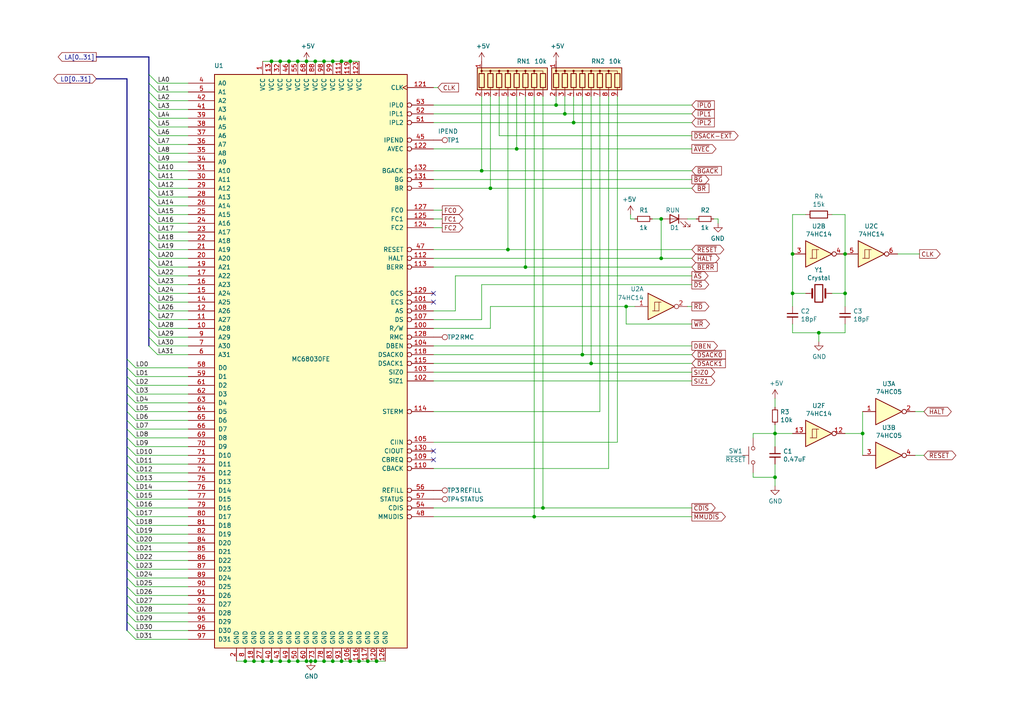
<source format=kicad_sch>
(kicad_sch (version 20231120) (generator "eeschema") (generator_version "8.0")
  (paper "A4")
  (title_block (title "k30s-VME") (rev "1"))
  (lib_symbols
    (symbol "74xx:74HC14" (pin_names (offset 1.016))
      (property "Reference" "U" (at 0 1.27 0))
      (property "Value" "74HC14" (at 0 -1.27 0))
      (symbol "74HC14_1_0"
        (pin input line (at -7.62 0 0) (length 3.81) (name "~") (number "1"))
        (pin output inverted (at 7.62 0 180) (length 3.81) (name "~") (number "2"))
      )
      (symbol "74HC14_2_0"
        (pin input line (at -7.62 0 0) (length 3.81) (name "~") (number "3"))
        (pin output inverted (at 7.62 0 180) (length 3.81) (name "~") (number "4"))
      )
      (symbol "74HC14_3_0"
        (pin input line (at -7.62 0 0) (length 3.81) (name "~") (number "5"))
        (pin output inverted (at 7.62 0 180) (length 3.81) (name "~") (number "6"))
      )
      (symbol "74HC14_4_0"
        (pin output inverted (at 7.62 0 180) (length 3.81) (name "~") (number "8"))
        (pin input line (at -7.62 0 0) (length 3.81) (name "~") (number "9"))
      )
      (symbol "74HC14_5_0"
        (pin output inverted (at 7.62 0 180) (length 3.81) (name "~") (number "10"))
        (pin input line (at -7.62 0 0) (length 3.81) (name "~") (number "11"))
      )
      (symbol "74HC14_6_0"
        (pin output inverted (at 7.62 0 180) (length 3.81) (name "~") (number "12"))
        (pin input line (at -7.62 0 0) (length 3.81) (name "~") (number "13"))
      )
      (symbol "74HC14_7_0"
        (pin power_in line (at 0 12.7 270) (length 5.08) (name "VCC") (number "14"))
        (pin power_in line (at 0 -12.7 90) (length 5.08) (name "GND") (number "7"))
      )
    )
    (symbol "74xx:74LS05" (pin_names (offset 1.016))
      (property "Reference" "U" (at 0 1.27 0))
      (property "Value" "74LS05" (at 0 -1.27 0))
      (symbol "74LS05_1_0"
        (pin input line (at -7.62 0 0) (length 3.81) (name "~") (number "1"))
        (pin open_collector inverted (at 7.62 0 180) (length 3.81) (name "~") (number "2"))
      )
      (symbol "74LS05_2_0"
        (pin input line (at -7.62 0 0) (length 3.81) (name "~") (number "3"))
        (pin open_collector inverted (at 7.62 0 180) (length 3.81) (name "~") (number "4"))
      )
      (symbol "74LS05_3_0"
        (pin input line (at -7.62 0 0) (length 3.81) (name "~") (number "5"))
        (pin open_collector inverted (at 7.62 0 180) (length 3.81) (name "~") (number "6"))
      )
      (symbol "74LS05_4_0"
        (pin open_collector inverted (at 7.62 0 180) (length 3.81) (name "~") (number "8"))
        (pin input line (at -7.62 0 0) (length 3.81) (name "~") (number "9"))
      )
      (symbol "74LS05_5_0"
        (pin open_collector inverted (at 7.62 0 180) (length 3.81) (name "~") (number "10"))
        (pin input line (at -7.62 0 0) (length 3.81) (name "~") (number "11"))
      )
      (symbol "74LS05_6_0"
        (pin open_collector inverted (at 7.62 0 180) (length 3.81) (name "~") (number "12"))
        (pin input line (at -7.62 0 0) (length 3.81) (name "~") (number "13"))
      )
      (symbol "74LS05_7_0"
        (pin power_in line (at 0 12.7 270) (length 5.08) (name "VCC") (number "14"))
        (pin power_in line (at 0 -12.7 90) (length 5.08) (name "GND") (number "7"))
      )
    )
    (symbol "Computie_68k:MC68030FE" (pin_names (offset 1.016))
      (property "Reference" "U" (at 0 2.54 0))
      (property "Value" "MC68030FE" (at 0 0 0))
      (symbol "MC68030FE_1_1"
        (pin power_in line (at -13.97 86.36 270) (length 3.81) (name "VCC") (number "1"))
        (pin output line (at -35.56 8.89 0) (length 7.62) (name "A28") (number "10"))
        (pin output line (at 35.56 8.89 180) (length 7.62) (name "R/W") (number "100"))
        (pin output inverted (at 35.56 16.51 180) (length 7.62) (name "ECS") (number "101"))
        (pin output line (at 35.56 -6.35 180) (length 7.62) (name "SIZ1") (number "102"))
        (pin output line (at 35.56 -3.81 180) (length 7.62) (name "SIZ0") (number "103"))
        (pin output inverted (at 35.56 3.81 180) (length 7.62) (name "DBEN") (number "104"))
        (pin input inverted (at 35.56 -24.13 180) (length 7.62) (name "CIIN") (number "105"))
        (pin power_in line (at 11.43 -87.63 90) (length 3.81) (name "GND") (number "106"))
        (pin output inverted (at 35.56 11.43 180) (length 7.62) (name "DS") (number "107"))
        (pin output inverted (at 35.56 13.97 180) (length 7.62) (name "AS") (number "108"))
        (pin output inverted (at 35.56 -29.21 180) (length 7.62) (name "CBREQ") (number "109"))
        (pin output line (at -35.56 11.43 0) (length 7.62) (name "A27") (number "11"))
        (pin input inverted (at 35.56 -31.75 180) (length 7.62) (name "CBACK") (number "110"))
        (pin power_in line (at 8.89 86.36 270) (length 3.81) (name "VCC") (number "111"))
        (pin input inverted (at 35.56 29.21 180) (length 7.62) (name "HALT") (number "112"))
        (pin input inverted (at 35.56 26.67 180) (length 7.62) (name "BERR") (number "113"))
        (pin input inverted (at 35.56 -15.24 180) (length 7.62) (name "STERM") (number "114"))
        (pin input inverted (at 35.56 -1.27 180) (length 7.62) (name "DSACK1") (number "115"))
        (pin power_in line (at 13.97 -87.63 90) (length 3.81) (name "GND") (number "116"))
        (pin power_in line (at 16.51 -87.63 90) (length 3.81) (name "GND") (number "117"))
        (pin input inverted (at 35.56 1.27 180) (length 7.62) (name "DSACK0") (number "118"))
        (pin power_in line (at 11.43 86.36 270) (length 3.81) (name "VCC") (number "119"))
        (pin output line (at -35.56 13.97 0) (length 7.62) (name "A26") (number "12"))
        (pin power_in line (at 19.05 -87.63 90) (length 3.81) (name "GND") (number "120"))
        (pin input clock (at 35.56 78.74 180) (length 7.62) (name "CLK") (number "121"))
        (pin input inverted (at 35.56 60.96 180) (length 7.62) (name "AVEC") (number "122"))
        (pin power_in line (at 13.97 86.36 270) (length 3.81) (name "VCC") (number "123"))
        (pin output line (at 35.56 38.1 180) (length 7.62) (name "FC2") (number "124"))
        (pin output line (at 35.56 40.64 180) (length 7.62) (name "FC1") (number "125"))
        (pin power_in line (at 21.59 -87.63 90) (length 3.81) (name "GND") (number "126"))
        (pin output line (at 35.56 43.18 180) (length 7.62) (name "FC0") (number "127"))
        (pin output inverted (at 35.56 6.35 180) (length 7.62) (name "RMC") (number "128"))
        (pin output inverted (at 35.56 19.05 180) (length 7.62) (name "OCS") (number "129"))
        (pin power_in line (at -11.43 86.36 270) (length 3.81) (name "VCC") (number "13"))
        (pin output inverted (at 35.56 -26.67 180) (length 7.62) (name "CIOUT") (number "130"))
        (pin output inverted (at 35.56 52.07 180) (length 7.62) (name "BG") (number "131"))
        (pin input inverted (at 35.56 54.61 180) (length 7.62) (name "BGACK") (number "132"))
        (pin output line (at -35.56 16.51 0) (length 7.62) (name "A25") (number "14"))
        (pin output line (at -35.56 19.05 0) (length 7.62) (name "A24") (number "15"))
        (pin output line (at -35.56 21.59 0) (length 7.62) (name "A23") (number "16"))
        (pin output line (at -35.56 24.13 0) (length 7.62) (name "A22") (number "17"))
        (pin power_in line (at -16.51 -87.63 90) (length 3.81) (name "GND") (number "18"))
        (pin output line (at -35.56 26.67 0) (length 7.62) (name "A21") (number "19"))
        (pin power_in line (at -21.59 -87.63 90) (length 3.81) (name "GND") (number "2"))
        (pin output line (at -35.56 29.21 0) (length 7.62) (name "A20") (number "20"))
        (pin output line (at -35.56 31.75 0) (length 7.62) (name "A19") (number "21"))
        (pin output line (at -35.56 34.29 0) (length 7.62) (name "A18") (number "22"))
        (pin output line (at -35.56 36.83 0) (length 7.62) (name "A17") (number "23"))
        (pin output line (at -35.56 39.37 0) (length 7.62) (name "A16") (number "24"))
        (pin output line (at -35.56 41.91 0) (length 7.62) (name "A15") (number "25"))
        (pin output line (at -35.56 44.45 0) (length 7.62) (name "A14") (number "26"))
        (pin power_in line (at -13.97 -87.63 90) (length 3.81) (name "GND") (number "27"))
        (pin output line (at -35.56 46.99 0) (length 7.62) (name "A13") (number "28"))
        (pin output line (at -35.56 49.53 0) (length 7.62) (name "A12") (number "29"))
        (pin input inverted (at 35.56 49.53 180) (length 7.62) (name "BR") (number "3"))
        (pin output line (at -35.56 52.07 0) (length 7.62) (name "A11") (number "30"))
        (pin output line (at -35.56 54.61 0) (length 7.62) (name "A10") (number "31"))
        (pin power_in line (at -8.89 86.36 270) (length 3.81) (name "VCC") (number "32"))
        (pin no_connect line (at 27.94 -54.61 180) (length 0) hide (name "NC") (number "33"))
        (pin output line (at -35.56 57.15 0) (length 7.62) (name "A9") (number "34"))
        (pin output line (at -35.56 59.69 0) (length 7.62) (name "A8") (number "35"))
        (pin output line (at -35.56 62.23 0) (length 7.62) (name "A7") (number "36"))
        (pin output line (at -35.56 64.77 0) (length 7.62) (name "A6") (number "37"))
        (pin output line (at -35.56 67.31 0) (length 7.62) (name "A5") (number "38"))
        (pin output line (at -35.56 69.85 0) (length 7.62) (name "A4") (number "39"))
        (pin output line (at -35.56 80.01 0) (length 7.62) (name "A0") (number "4"))
        (pin power_in line (at -11.43 -87.63 90) (length 3.81) (name "GND") (number "40"))
        (pin output line (at -35.56 72.39 0) (length 7.62) (name "A3") (number "41"))
        (pin output line (at -35.56 74.93 0) (length 7.62) (name "A2") (number "42"))
        (pin power_in line (at -8.89 -87.63 90) (length 3.81) (name "GND") (number "43"))
        (pin no_connect line (at 27.94 -57.15 180) (length 0) hide (name "NC") (number "44"))
        (pin output inverted (at 35.56 63.5 180) (length 7.62) (name "IPEND") (number "45"))
        (pin power_in line (at -6.35 86.36 270) (length 3.81) (name "VCC") (number "46"))
        (pin bidirectional inverted (at 35.56 31.75 180) (length 7.62) (name "RESET") (number "47"))
        (pin input inverted (at 35.56 -45.72 180) (length 7.62) (name "MMUDIS") (number "48"))
        (pin power_in line (at -6.35 -87.63 90) (length 3.81) (name "GND") (number "49"))
        (pin output line (at -35.56 77.47 0) (length 7.62) (name "A1") (number "5"))
        (pin power_in line (at -3.81 -87.63 90) (length 3.81) (name "GND") (number "50"))
        (pin input inverted (at 35.56 68.58 180) (length 7.62) (name "IPL2") (number "51"))
        (pin input inverted (at 35.56 71.12 180) (length 7.62) (name "IPL1") (number "52"))
        (pin input inverted (at 35.56 73.66 180) (length 7.62) (name "IPL0") (number "53"))
        (pin input inverted (at 35.56 -43.18 180) (length 7.62) (name "CDIS") (number "54"))
        (pin power_in line (at -3.81 86.36 270) (length 3.81) (name "VCC") (number "55"))
        (pin output inverted (at 35.56 -38.1 180) (length 7.62) (name "REFILL") (number "56"))
        (pin output inverted (at 35.56 -40.64 180) (length 7.62) (name "STATUS") (number "57"))
        (pin bidirectional line (at -35.56 -2.54 0) (length 7.62) (name "D0") (number "58"))
        (pin bidirectional line (at -35.56 -5.08 0) (length 7.62) (name "D1") (number "59"))
        (pin output line (at -35.56 1.27 0) (length 7.62) (name "A31") (number "6"))
        (pin power_in line (at -1.27 -87.63 90) (length 3.81) (name "GND") (number "60"))
        (pin bidirectional line (at -35.56 -7.62 0) (length 7.62) (name "D2") (number "61"))
        (pin bidirectional line (at -35.56 -10.16 0) (length 7.62) (name "D3") (number "62"))
        (pin bidirectional line (at -35.56 -12.7 0) (length 7.62) (name "D4") (number "63"))
        (pin bidirectional line (at -35.56 -15.24 0) (length 7.62) (name "D5") (number "64"))
        (pin bidirectional line (at -35.56 -17.78 0) (length 7.62) (name "D6") (number "65"))
        (pin bidirectional line (at -35.56 -20.32 0) (length 7.62) (name "D7") (number "66"))
        (pin no_connect line (at 27.94 -59.69 180) (length 0) hide (name "NC") (number "67"))
        (pin power_in line (at -1.27 86.36 270) (length 3.81) (name "VCC") (number "68"))
        (pin bidirectional line (at -35.56 -22.86 0) (length 7.62) (name "D8") (number "69"))
        (pin output line (at -35.56 3.81 0) (length 7.62) (name "A30") (number "7"))
        (pin bidirectional line (at -35.56 -25.4 0) (length 7.62) (name "D9") (number "70"))
        (pin bidirectional line (at -35.56 -27.94 0) (length 7.62) (name "D10") (number "71"))
        (pin bidirectional line (at -35.56 -30.48 0) (length 7.62) (name "D11") (number "72"))
        (pin power_in line (at 1.27 -87.63 90) (length 3.81) (name "GND") (number "73"))
        (pin bidirectional line (at -35.56 -33.02 0) (length 7.62) (name "D12") (number "74"))
        (pin bidirectional line (at -35.56 -35.56 0) (length 7.62) (name "D13") (number "75"))
        (pin bidirectional line (at -35.56 -38.1 0) (length 7.62) (name "D14") (number "76"))
        (pin bidirectional line (at -35.56 -40.64 0) (length 7.62) (name "D15") (number "77"))
        (pin power_in line (at 3.81 -87.63 90) (length 3.81) (name "GND") (number "78"))
        (pin bidirectional line (at -35.56 -43.18 0) (length 7.62) (name "D16") (number "79"))
        (pin power_in line (at -19.05 -87.63 90) (length 3.81) (name "GND") (number "8"))
        (pin bidirectional line (at -35.56 -45.72 0) (length 7.62) (name "D17") (number "80"))
        (pin bidirectional line (at -35.56 -48.26 0) (length 7.62) (name "D18") (number "81"))
        (pin bidirectional line (at -35.56 -50.8 0) (length 7.62) (name "D19") (number "82"))
        (pin power_in line (at 6.35 -87.63 90) (length 3.81) (name "GND") (number "83"))
        (pin bidirectional line (at -35.56 -53.34 0) (length 7.62) (name "D20") (number "84"))
        (pin bidirectional line (at -35.56 -55.88 0) (length 7.62) (name "D21") (number "85"))
        (pin bidirectional line (at -35.56 -58.42 0) (length 7.62) (name "D22") (number "86"))
        (pin bidirectional line (at -35.56 -60.96 0) (length 7.62) (name "D23") (number "87"))
        (pin power_in line (at 1.27 86.36 270) (length 3.81) (name "VCC") (number "88"))
        (pin bidirectional line (at -35.56 -63.5 0) (length 7.62) (name "D24") (number "89"))
        (pin output line (at -35.56 6.35 0) (length 7.62) (name "A29") (number "9"))
        (pin bidirectional line (at -35.56 -66.04 0) (length 7.62) (name "D25") (number "90"))
        (pin bidirectional line (at -35.56 -68.58 0) (length 7.62) (name "D26") (number "91"))
        (pin bidirectional line (at -35.56 -71.12 0) (length 7.62) (name "D27") (number "92"))
        (pin power_in line (at 8.89 -87.63 90) (length 3.81) (name "GND") (number "93"))
        (pin bidirectional line (at -35.56 -73.66 0) (length 7.62) (name "D28") (number "94"))
        (pin bidirectional line (at -35.56 -76.2 0) (length 7.62) (name "D29") (number "95"))
        (pin bidirectional line (at -35.56 -78.74 0) (length 7.62) (name "D30") (number "96"))
        (pin bidirectional line (at -35.56 -81.28 0) (length 7.62) (name "D31") (number "97"))
        (pin power_in line (at 3.81 86.36 270) (length 3.81) (name "VCC") (number "98"))
        (pin power_in line (at 6.35 86.36 270) (length 3.81) (name "VCC") (number "99"))
      )
    )
    (symbol "Connector:TestPoint" (pin_numbers hide) (pin_names (offset 0.762) hide)
      (property "Reference" "TP" (at 0 6.858 0))
      (property "Value" "TestPoint" (at 0 5.08 0))
      (symbol "TestPoint_1_1"
        (pin passive line (at 0 0 90) (length 2.54) (name "1") (number "1"))
      )
    )
    (symbol "Device:C_Small" (pin_numbers hide) (pin_names (offset 0.254) hide)
      (property "Reference" "C" (at 0.254 1.778 0))
      (property "Value" "C_Small" (at 0.254 -2.032 0))
      (symbol "C_Small_1_1"
        (pin passive line (at 0 2.54 270) (length 2.032) (name "~") (number "1"))
        (pin passive line (at 0 -2.54 90) (length 2.032) (name "~") (number "2"))
      )
    )
    (symbol "Device:Crystal" (pin_numbers hide) (pin_names (offset 1.016) hide)
      (property "Reference" "Y" (at 0 3.81 0))
      (property "Value" "Crystal" (at 0 -3.81 0))
      (symbol "Crystal_1_1"
        (pin passive line (at -3.81 0 0) (length 1.27) (name "1") (number "1"))
        (pin passive line (at 3.81 0 180) (length 1.27) (name "2") (number "2"))
      )
    )
    (symbol "Device:LED" (pin_numbers hide) (pin_names (offset 1.016) hide)
      (property "Reference" "D" (at 0 2.54 0))
      (property "Value" "LED" (at 0 -2.54 0))
      (symbol "LED_1_1"
        (pin passive line (at -3.81 0 0) (length 2.54) (name "K") (number "1"))
        (pin passive line (at 3.81 0 180) (length 2.54) (name "A") (number "2"))
      )
    )
    (symbol "Device:R" (pin_numbers hide) (pin_names (offset 0))
      (property "Reference" "R" (at 2.032 0 90))
      (property "Value" "R" (at 0 0 90))
      (symbol "R_1_1"
        (pin passive line (at 0 3.81 270) (length 1.27) (name "~") (number "1"))
        (pin passive line (at 0 -3.81 90) (length 1.27) (name "~") (number "2"))
      )
    )
    (symbol "Device:R_Network08" (pin_names (offset 0) hide)
      (property "Reference" "RN" (at -12.7 0 90))
      (property "Value" "R_Network08" (at 10.16 0 90))
      (symbol "R_Network08_1_1"
        (pin passive line (at -10.16 5.08 270) (length 2.54) (name "common") (number "1"))
        (pin passive line (at -10.16 -5.08 90) (length 1.27) (name "R1") (number "2"))
        (pin passive line (at -7.62 -5.08 90) (length 1.27) (name "R2") (number "3"))
        (pin passive line (at -5.08 -5.08 90) (length 1.27) (name "R3") (number "4"))
        (pin passive line (at -2.54 -5.08 90) (length 1.27) (name "R4") (number "5"))
        (pin passive line (at 0 -5.08 90) (length 1.27) (name "R5") (number "6"))
        (pin passive line (at 2.54 -5.08 90) (length 1.27) (name "R6") (number "7"))
        (pin passive line (at 5.08 -5.08 90) (length 1.27) (name "R7") (number "8"))
        (pin passive line (at 7.62 -5.08 90) (length 1.27) (name "R8") (number "9"))
      )
    )
    (symbol "Device:R_Small" (pin_numbers hide) (pin_names (offset 0.254) hide)
      (property "Reference" "R" (at 0.762 0.508 0))
      (property "Value" "R_Small" (at 0.762 -1.016 0))
      (symbol "R_Small_1_1"
        (pin passive line (at 0 2.54 270) (length 0.762) (name "~") (number "1"))
        (pin passive line (at 0 -2.54 90) (length 0.762) (name "~") (number "2"))
      )
    )
    (symbol "Switch:SW_Push" (pin_numbers hide) (pin_names (offset 1.016) hide)
      (property "Reference" "SW" (at 1.27 2.54 0))
      (property "Value" "SW_Push" (at 0 -1.524 0))
      (symbol "SW_Push_0_1"
        (pin passive line (at -5.08 0 0) (length 2.54) (name "1") (number "1"))
        (pin passive line (at 5.08 0 180) (length 2.54) (name "2") (number "2"))
      )
    )
    (symbol "power:+5V" (power) (pin_names (offset 0))
      (property "Value" "+5V" (at 0 3.556 0))
      (symbol "+5V_1_1"
        (pin power_in line (at 0 0 90) (length 0) hide (name "+5V") (number "1"))
      )
    )
    (symbol "power:GND" (power) (pin_names (offset 0))
      (property "Value" "GND" (at 0 -3.81 0))
      (symbol "GND_1_1"
        (pin power_in line (at 0 0 270) (length 0) hide (name "GND") (number "1"))
      )
    )
  )
  (junction (at 71.12 191.77))
  (junction (at 83.82 191.77))
  (junction (at 101.6 17.78))
  (junction (at 149.86 43.18))
  (junction (at 78.74 17.78))
  (junction (at 88.9 191.77))
  (junction (at 245.11 73.66))
  (junction (at 163.83 33.02))
  (junction (at 104.14 191.77))
  (junction (at 139.7 49.53))
  (junction (at 86.36 191.77))
  (junction (at 191.77 74.93))
  (junction (at 237.49 96.52))
  (junction (at 142.24 54.61))
  (junction (at 229.87 85.09))
  (junction (at 109.22 191.77))
  (junction (at 171.45 105.41))
  (junction (at 99.06 191.77))
  (junction (at 157.48 147.32))
  (junction (at 147.32 72.39))
  (junction (at 161.29 30.48))
  (junction (at 81.28 17.78))
  (junction (at 168.91 102.87))
  (junction (at 81.28 191.77))
  (junction (at 191.77 63.5))
  (junction (at 76.2 191.77))
  (junction (at 73.66 191.77))
  (junction (at 91.44 17.78))
  (junction (at 91.44 191.77))
  (junction (at 88.9 17.78))
  (junction (at 96.52 17.78))
  (junction (at 86.36 17.78))
  (junction (at 229.87 73.66))
  (junction (at 83.82 17.78))
  (junction (at 181.61 88.9))
  (junction (at 78.74 191.77))
  (junction (at 93.98 17.78))
  (junction (at 99.06 17.78))
  (junction (at 154.94 149.86))
  (junction (at 96.52 191.77))
  (junction (at 250.19 125.73))
  (junction (at 152.4 77.47))
  (junction (at 224.79 138.43))
  (junction (at 166.37 35.56))
  (junction (at 90.17 191.77))
  (junction (at 93.98 191.77))
  (junction (at 106.68 191.77))
  (junction (at 224.79 125.73))
  (junction (at 101.6 191.77))
  (junction (at 245.11 85.09))
  (no_connect (at 125.73 85.09))
  (no_connect (at 125.73 130.81))
  (no_connect (at 125.73 87.63))
  (no_connect (at 125.73 133.35))
  (bus_entry (at 43.18 26.67) (size 2.54 2.54))
  (bus_entry (at 36.83 180.34) (size 2.54 2.54))
  (bus_entry (at 36.83 149.86) (size 2.54 2.54))
  (bus_entry (at 36.83 134.62) (size 2.54 2.54))
  (bus_entry (at 36.83 114.3) (size 2.54 2.54))
  (bus_entry (at 36.83 152.4) (size 2.54 2.54))
  (bus_entry (at 43.18 100.33) (size 2.54 2.54))
  (bus_entry (at 43.18 52.07) (size 2.54 2.54))
  (bus_entry (at 43.18 90.17) (size 2.54 2.54))
  (bus_entry (at 43.18 39.37) (size 2.54 2.54))
  (bus_entry (at 43.18 46.99) (size 2.54 2.54))
  (bus_entry (at 43.18 72.39) (size 2.54 2.54))
  (bus_entry (at 36.83 124.46) (size 2.54 2.54))
  (bus_entry (at 43.18 92.71) (size 2.54 2.54))
  (bus_entry (at 43.18 59.69) (size 2.54 2.54))
  (bus_entry (at 36.83 106.68) (size 2.54 2.54))
  (bus_entry (at 43.18 77.47) (size 2.54 2.54))
  (bus_entry (at 43.18 49.53) (size 2.54 2.54))
  (bus_entry (at 36.83 132.08) (size 2.54 2.54))
  (bus_entry (at 36.83 177.8) (size 2.54 2.54))
  (bus_entry (at 36.83 167.64) (size 2.54 2.54))
  (bus_entry (at 43.18 82.55) (size 2.54 2.54))
  (bus_entry (at 36.83 144.78) (size 2.54 2.54))
  (bus_entry (at 43.18 97.79) (size 2.54 2.54))
  (bus_entry (at 36.83 142.24) (size 2.54 2.54))
  (bus_entry (at 36.83 172.72) (size 2.54 2.54))
  (bus_entry (at 36.83 129.54) (size 2.54 2.54))
  (bus_entry (at 43.18 67.31) (size 2.54 2.54))
  (bus_entry (at 36.83 111.76) (size 2.54 2.54))
  (bus_entry (at 43.18 44.45) (size 2.54 2.54))
  (bus_entry (at 43.18 54.61) (size 2.54 2.54))
  (bus_entry (at 36.83 147.32) (size 2.54 2.54))
  (bus_entry (at 36.83 165.1) (size 2.54 2.54))
  (bus_entry (at 43.18 64.77) (size 2.54 2.54))
  (bus_entry (at 43.18 62.23) (size 2.54 2.54))
  (bus_entry (at 36.83 119.38) (size 2.54 2.54))
  (bus_entry (at 36.83 160.02) (size 2.54 2.54))
  (bus_entry (at 36.83 127) (size 2.54 2.54))
  (bus_entry (at 43.18 80.01) (size 2.54 2.54))
  (bus_entry (at 36.83 157.48) (size 2.54 2.54))
  (bus_entry (at 43.18 34.29) (size 2.54 2.54))
  (bus_entry (at 36.83 104.14) (size 2.54 2.54))
  (bus_entry (at 36.83 116.84) (size 2.54 2.54))
  (bus_entry (at 36.83 137.16) (size 2.54 2.54))
  (bus_entry (at 43.18 21.59) (size 2.54 2.54))
  (bus_entry (at 36.83 162.56) (size 2.54 2.54))
  (bus_entry (at 43.18 95.25) (size 2.54 2.54))
  (bus_entry (at 43.18 87.63) (size 2.54 2.54))
  (bus_entry (at 36.83 109.22) (size 2.54 2.54))
  (bus_entry (at 43.18 24.13) (size 2.54 2.54))
  (bus_entry (at 43.18 36.83) (size 2.54 2.54))
  (bus_entry (at 43.18 29.21) (size 2.54 2.54))
  (bus_entry (at 36.83 139.7) (size 2.54 2.54))
  (bus_entry (at 43.18 31.75) (size 2.54 2.54))
  (bus_entry (at 43.18 74.93) (size 2.54 2.54))
  (bus_entry (at 36.83 170.18) (size 2.54 2.54))
  (bus_entry (at 36.83 121.92) (size 2.54 2.54))
  (bus_entry (at 43.18 41.91) (size 2.54 2.54))
  (bus_entry (at 36.83 182.88) (size 2.54 2.54))
  (bus_entry (at 43.18 85.09) (size 2.54 2.54))
  (bus_entry (at 43.18 57.15) (size 2.54 2.54))
  (bus_entry (at 43.18 69.85) (size 2.54 2.54))
  (bus_entry (at 36.83 175.26) (size 2.54 2.54))
  (bus_entry (at 36.83 154.94) (size 2.54 2.54))
  (wire (pts (xy 201.93 63.5) (xy 199.39 63.5)))
  (bus (pts (xy 43.18 41.91) (xy 43.18 44.45)))
  (bus (pts (xy 43.18 62.23) (xy 43.18 64.77)))
  (wire (pts (xy 125.73 92.71) (xy 139.7 92.71)))
  (wire (pts (xy 125.73 102.87) (xy 168.91 102.87)))
  (wire (pts (xy 163.83 33.02) (xy 200.66 33.02)))
  (wire (pts (xy 39.37 132.08) (xy 54.61 132.08)))
  (wire (pts (xy 90.17 191.77) (xy 91.44 191.77)))
  (wire (pts (xy 45.72 97.79) (xy 54.61 97.79)))
  (bus (pts (xy 43.18 16.51) (xy 27.94 16.51)))
  (wire (pts (xy 39.37 121.92) (xy 54.61 121.92)))
  (wire (pts (xy 171.45 27.94) (xy 171.45 105.41)))
  (wire (pts (xy 173.99 27.94) (xy 173.99 119.38)))
  (bus (pts (xy 36.83 104.14) (xy 36.83 106.68)))
  (wire (pts (xy 245.11 73.66) (xy 245.11 85.09)))
  (bus (pts (xy 43.18 69.85) (xy 43.18 72.39)))
  (wire (pts (xy 91.44 17.78) (xy 93.98 17.78)))
  (wire (pts (xy 45.72 46.99) (xy 54.61 46.99)))
  (bus (pts (xy 36.83 106.68) (xy 36.83 109.22)))
  (bus (pts (xy 43.18 49.53) (xy 43.18 52.07)))
  (wire (pts (xy 168.91 27.94) (xy 168.91 102.87)))
  (wire (pts (xy 125.73 30.48) (xy 161.29 30.48)))
  (wire (pts (xy 106.68 191.77) (xy 109.22 191.77)))
  (wire (pts (xy 45.72 64.77) (xy 54.61 64.77)))
  (wire (pts (xy 218.44 137.16) (xy 218.44 138.43)))
  (wire (pts (xy 176.53 135.89) (xy 176.53 27.94)))
  (bus (pts (xy 36.83 114.3) (xy 36.83 116.84)))
  (wire (pts (xy 45.72 80.01) (xy 54.61 80.01)))
  (wire (pts (xy 39.37 149.86) (xy 54.61 149.86)))
  (wire (pts (xy 166.37 35.56) (xy 200.66 35.56)))
  (wire (pts (xy 125.73 63.5) (xy 128.27 63.5)))
  (bus (pts (xy 43.18 64.77) (xy 43.18 67.31)))
  (wire (pts (xy 229.87 96.52) (xy 237.49 96.52)))
  (wire (pts (xy 229.87 96.52) (xy 229.87 93.98)))
  (wire (pts (xy 45.72 44.45) (xy 54.61 44.45)))
  (bus (pts (xy 36.83 139.7) (xy 36.83 142.24)))
  (wire (pts (xy 76.2 17.78) (xy 78.74 17.78)))
  (bus (pts (xy 43.18 67.31) (xy 43.18 69.85)))
  (wire (pts (xy 39.37 119.38) (xy 54.61 119.38)))
  (bus (pts (xy 43.18 46.99) (xy 43.18 49.53)))
  (wire (pts (xy 163.83 33.02) (xy 163.83 27.94)))
  (wire (pts (xy 68.58 191.77) (xy 71.12 191.77)))
  (wire (pts (xy 144.78 27.94) (xy 144.78 39.37)))
  (wire (pts (xy 71.12 191.77) (xy 73.66 191.77)))
  (wire (pts (xy 142.24 95.25) (xy 142.24 88.9)))
  (wire (pts (xy 45.72 31.75) (xy 54.61 31.75)))
  (bus (pts (xy 43.18 31.75) (xy 43.18 34.29)))
  (wire (pts (xy 99.06 191.77) (xy 101.6 191.77)))
  (bus (pts (xy 36.83 152.4) (xy 36.83 154.94)))
  (wire (pts (xy 39.37 139.7) (xy 54.61 139.7)))
  (wire (pts (xy 104.14 191.77) (xy 106.68 191.77)))
  (bus (pts (xy 43.18 24.13) (xy 43.18 26.67)))
  (wire (pts (xy 45.72 39.37) (xy 54.61 39.37)))
  (bus (pts (xy 36.83 160.02) (xy 36.83 162.56)))
  (wire (pts (xy 88.9 191.77) (xy 90.17 191.77)))
  (wire (pts (xy 125.73 25.4) (xy 127 25.4)))
  (bus (pts (xy 36.83 149.86) (xy 36.83 152.4)))
  (wire (pts (xy 45.72 59.69) (xy 54.61 59.69)))
  (wire (pts (xy 149.86 43.18) (xy 200.66 43.18)))
  (wire (pts (xy 245.11 93.98) (xy 245.11 96.52)))
  (wire (pts (xy 149.86 27.94) (xy 149.86 43.18)))
  (wire (pts (xy 208.28 63.5) (xy 207.01 63.5)))
  (wire (pts (xy 45.72 24.13) (xy 54.61 24.13)))
  (wire (pts (xy 139.7 82.55) (xy 139.7 92.71)))
  (bus (pts (xy 43.18 21.59) (xy 43.18 24.13)))
  (bus (pts (xy 43.18 97.79) (xy 43.18 100.33)))
  (wire (pts (xy 88.9 17.78) (xy 91.44 17.78)))
  (wire (pts (xy 39.37 180.34) (xy 54.61 180.34)))
  (bus (pts (xy 36.83 142.24) (xy 36.83 144.78)))
  (bus (pts (xy 36.83 22.86) (xy 36.83 104.14)))
  (wire (pts (xy 39.37 109.22) (xy 54.61 109.22)))
  (wire (pts (xy 83.82 191.77) (xy 86.36 191.77)))
  (wire (pts (xy 125.73 147.32) (xy 157.48 147.32)))
  (wire (pts (xy 171.45 105.41) (xy 200.66 105.41)))
  (bus (pts (xy 36.83 157.48) (xy 36.83 160.02)))
  (wire (pts (xy 45.72 34.29) (xy 54.61 34.29)))
  (wire (pts (xy 39.37 129.54) (xy 54.61 129.54)))
  (wire (pts (xy 99.06 17.78) (xy 101.6 17.78)))
  (wire (pts (xy 132.08 90.17) (xy 125.73 90.17)))
  (wire (pts (xy 168.91 102.87) (xy 200.66 102.87)))
  (wire (pts (xy 109.22 191.77) (xy 111.76 191.77)))
  (wire (pts (xy 39.37 134.62) (xy 54.61 134.62)))
  (wire (pts (xy 81.28 191.77) (xy 83.82 191.77)))
  (wire (pts (xy 245.11 85.09) (xy 245.11 88.9)))
  (wire (pts (xy 218.44 127) (xy 218.44 125.73)))
  (bus (pts (xy 36.83 132.08) (xy 36.83 134.62)))
  (wire (pts (xy 125.73 128.27) (xy 179.07 128.27)))
  (wire (pts (xy 139.7 49.53) (xy 139.7 27.94)))
  (wire (pts (xy 142.24 54.61) (xy 200.66 54.61)))
  (wire (pts (xy 154.94 27.94) (xy 154.94 149.86)))
  (wire (pts (xy 181.61 93.98) (xy 200.66 93.98)))
  (wire (pts (xy 173.99 119.38) (xy 125.73 119.38)))
  (wire (pts (xy 39.37 124.46) (xy 54.61 124.46)))
  (wire (pts (xy 142.24 54.61) (xy 142.24 27.94)))
  (wire (pts (xy 39.37 142.24) (xy 54.61 142.24)))
  (wire (pts (xy 152.4 77.47) (xy 152.4 27.94)))
  (wire (pts (xy 45.72 77.47) (xy 54.61 77.47)))
  (wire (pts (xy 91.44 191.77) (xy 93.98 191.77)))
  (wire (pts (xy 250.19 125.73) (xy 245.11 125.73)))
  (wire (pts (xy 39.37 106.68) (xy 54.61 106.68)))
  (wire (pts (xy 93.98 17.78) (xy 96.52 17.78)))
  (wire (pts (xy 144.78 39.37) (xy 200.66 39.37)))
  (bus (pts (xy 36.83 134.62) (xy 36.83 137.16)))
  (wire (pts (xy 250.19 125.73) (xy 250.19 132.08)))
  (wire (pts (xy 45.72 36.83) (xy 54.61 36.83)))
  (bus (pts (xy 36.83 172.72) (xy 36.83 175.26)))
  (wire (pts (xy 45.72 26.67) (xy 54.61 26.67)))
  (wire (pts (xy 125.73 95.25) (xy 142.24 95.25)))
  (bus (pts (xy 43.18 44.45) (xy 43.18 46.99)))
  (wire (pts (xy 125.73 149.86) (xy 154.94 149.86)))
  (bus (pts (xy 36.83 121.92) (xy 36.83 124.46)))
  (wire (pts (xy 265.43 132.08) (xy 267.97 132.08)))
  (bus (pts (xy 43.18 16.51) (xy 43.18 21.59)))
  (wire (pts (xy 45.72 49.53) (xy 54.61 49.53)))
  (wire (pts (xy 237.49 96.52) (xy 237.49 99.06)))
  (bus (pts (xy 36.83 111.76) (xy 36.83 114.3)))
  (wire (pts (xy 45.72 85.09) (xy 54.61 85.09)))
  (wire (pts (xy 229.87 85.09) (xy 233.68 85.09)))
  (wire (pts (xy 101.6 191.77) (xy 104.14 191.77)))
  (wire (pts (xy 125.73 74.93) (xy 191.77 74.93)))
  (wire (pts (xy 39.37 185.42) (xy 54.61 185.42)))
  (wire (pts (xy 132.08 80.01) (xy 200.66 80.01)))
  (wire (pts (xy 96.52 17.78) (xy 99.06 17.78)))
  (wire (pts (xy 125.73 60.96) (xy 128.27 60.96)))
  (wire (pts (xy 224.79 125.73) (xy 224.79 129.54)))
  (wire (pts (xy 241.3 85.09) (xy 245.11 85.09)))
  (wire (pts (xy 157.48 27.94) (xy 157.48 147.32)))
  (wire (pts (xy 224.79 125.73) (xy 224.79 123.19)))
  (wire (pts (xy 45.72 95.25) (xy 54.61 95.25)))
  (bus (pts (xy 36.83 116.84) (xy 36.83 119.38)))
  (bus (pts (xy 43.18 29.21) (xy 43.18 31.75)))
  (bus (pts (xy 43.18 95.25) (xy 43.18 97.79)))
  (wire (pts (xy 182.88 63.5) (xy 182.88 62.23)))
  (wire (pts (xy 45.72 57.15) (xy 54.61 57.15)))
  (bus (pts (xy 43.18 57.15) (xy 43.18 59.69)))
  (wire (pts (xy 267.97 119.38) (xy 265.43 119.38)))
  (bus (pts (xy 43.18 85.09) (xy 43.18 87.63)))
  (bus (pts (xy 36.83 165.1) (xy 36.83 167.64)))
  (wire (pts (xy 208.28 63.5) (xy 208.28 64.77)))
  (wire (pts (xy 125.73 43.18) (xy 149.86 43.18)))
  (wire (pts (xy 166.37 35.56) (xy 166.37 27.94)))
  (bus (pts (xy 36.83 170.18) (xy 36.83 172.72)))
  (bus (pts (xy 36.83 167.64) (xy 36.83 170.18)))
  (wire (pts (xy 39.37 137.16) (xy 54.61 137.16)))
  (wire (pts (xy 125.73 54.61) (xy 142.24 54.61)))
  (wire (pts (xy 76.2 191.77) (xy 78.74 191.77)))
  (bus (pts (xy 36.83 109.22) (xy 36.83 111.76)))
  (wire (pts (xy 39.37 162.56) (xy 54.61 162.56)))
  (bus (pts (xy 43.18 26.67) (xy 43.18 29.21)))
  (wire (pts (xy 250.19 119.38) (xy 250.19 125.73)))
  (wire (pts (xy 125.73 135.89) (xy 176.53 135.89)))
  (wire (pts (xy 161.29 30.48) (xy 200.66 30.48)))
  (bus (pts (xy 36.83 137.16) (xy 36.83 139.7)))
  (bus (pts (xy 43.18 52.07) (xy 43.18 54.61)))
  (bus (pts (xy 36.83 154.94) (xy 36.83 157.48)))
  (wire (pts (xy 45.72 74.93) (xy 54.61 74.93)))
  (bus (pts (xy 43.18 82.55) (xy 43.18 85.09)))
  (wire (pts (xy 125.73 49.53) (xy 139.7 49.53)))
  (wire (pts (xy 39.37 147.32) (xy 54.61 147.32)))
  (bus (pts (xy 43.18 90.17) (xy 43.18 92.71)))
  (wire (pts (xy 125.73 77.47) (xy 152.4 77.47)))
  (wire (pts (xy 125.73 33.02) (xy 163.83 33.02)))
  (wire (pts (xy 229.87 73.66) (xy 229.87 85.09)))
  (wire (pts (xy 39.37 152.4) (xy 54.61 152.4)))
  (wire (pts (xy 125.73 105.41) (xy 171.45 105.41)))
  (wire (pts (xy 152.4 77.47) (xy 200.66 77.47)))
  (bus (pts (xy 43.18 87.63) (xy 43.18 90.17)))
  (wire (pts (xy 179.07 27.94) (xy 179.07 128.27)))
  (bus (pts (xy 36.83 124.46) (xy 36.83 127)))
  (wire (pts (xy 182.88 63.5) (xy 184.15 63.5)))
  (wire (pts (xy 45.72 67.31) (xy 54.61 67.31)))
  (bus (pts (xy 36.83 129.54) (xy 36.83 132.08)))
  (bus (pts (xy 36.83 162.56) (xy 36.83 165.1)))
  (bus (pts (xy 43.18 39.37) (xy 43.18 41.91)))
  (wire (pts (xy 154.94 149.86) (xy 200.66 149.86)))
  (wire (pts (xy 39.37 182.88) (xy 54.61 182.88)))
  (wire (pts (xy 39.37 165.1) (xy 54.61 165.1)))
  (bus (pts (xy 43.18 80.01) (xy 43.18 82.55)))
  (wire (pts (xy 233.68 62.23) (xy 229.87 62.23)))
  (bus (pts (xy 43.18 54.61) (xy 43.18 57.15)))
  (wire (pts (xy 139.7 49.53) (xy 200.66 49.53)))
  (wire (pts (xy 191.77 74.93) (xy 200.66 74.93)))
  (bus (pts (xy 36.83 175.26) (xy 36.83 177.8)))
  (wire (pts (xy 125.73 72.39) (xy 147.32 72.39)))
  (wire (pts (xy 45.72 29.21) (xy 54.61 29.21)))
  (wire (pts (xy 237.49 96.52) (xy 245.11 96.52)))
  (bus (pts (xy 36.83 177.8) (xy 36.83 180.34)))
  (bus (pts (xy 43.18 59.69) (xy 43.18 62.23)))
  (wire (pts (xy 39.37 111.76) (xy 54.61 111.76)))
  (wire (pts (xy 45.72 54.61) (xy 54.61 54.61)))
  (wire (pts (xy 157.48 147.32) (xy 200.66 147.32)))
  (wire (pts (xy 224.79 134.62) (xy 224.79 138.43)))
  (wire (pts (xy 86.36 191.77) (xy 88.9 191.77)))
  (bus (pts (xy 36.83 180.34) (xy 36.83 182.88)))
  (wire (pts (xy 81.28 17.78) (xy 83.82 17.78)))
  (wire (pts (xy 39.37 160.02) (xy 54.61 160.02)))
  (wire (pts (xy 73.66 191.77) (xy 76.2 191.77)))
  (wire (pts (xy 101.6 17.78) (xy 104.14 17.78)))
  (wire (pts (xy 45.72 87.63) (xy 54.61 87.63)))
  (wire (pts (xy 83.82 17.78) (xy 86.36 17.78)))
  (wire (pts (xy 147.32 27.94) (xy 147.32 72.39)))
  (bus (pts (xy 43.18 77.47) (xy 43.18 80.01)))
  (bus (pts (xy 43.18 74.93) (xy 43.18 77.47)))
  (wire (pts (xy 96.52 191.77) (xy 99.06 191.77)))
  (wire (pts (xy 39.37 154.94) (xy 54.61 154.94)))
  (wire (pts (xy 39.37 144.78) (xy 54.61 144.78)))
  (wire (pts (xy 139.7 82.55) (xy 200.66 82.55)))
  (wire (pts (xy 229.87 85.09) (xy 229.87 88.9)))
  (wire (pts (xy 39.37 172.72) (xy 54.61 172.72)))
  (wire (pts (xy 229.87 62.23) (xy 229.87 73.66)))
  (wire (pts (xy 45.72 82.55) (xy 54.61 82.55)))
  (wire (pts (xy 125.73 107.95) (xy 200.66 107.95)))
  (wire (pts (xy 260.35 73.66) (xy 266.7 73.66)))
  (wire (pts (xy 218.44 125.73) (xy 224.79 125.73)))
  (wire (pts (xy 224.79 140.97) (xy 224.79 138.43)))
  (bus (pts (xy 43.18 92.71) (xy 43.18 95.25)))
  (wire (pts (xy 39.37 170.18) (xy 54.61 170.18)))
  (wire (pts (xy 78.74 17.78) (xy 81.28 17.78)))
  (wire (pts (xy 125.73 52.07) (xy 200.66 52.07)))
  (wire (pts (xy 218.44 138.43) (xy 224.79 138.43)))
  (wire (pts (xy 45.72 72.39) (xy 54.61 72.39)))
  (wire (pts (xy 132.08 80.01) (xy 132.08 90.17)))
  (bus (pts (xy 36.83 119.38) (xy 36.83 121.92)))
  (wire (pts (xy 86.36 17.78) (xy 88.9 17.78)))
  (wire (pts (xy 45.72 90.17) (xy 54.61 90.17)))
  (wire (pts (xy 78.74 191.77) (xy 81.28 191.77)))
  (bus (pts (xy 36.83 22.86) (xy 27.94 22.86)))
  (wire (pts (xy 39.37 175.26) (xy 54.61 175.26)))
  (bus (pts (xy 36.83 147.32) (xy 36.83 149.86)))
  (wire (pts (xy 39.37 116.84) (xy 54.61 116.84)))
  (wire (pts (xy 39.37 114.3) (xy 54.61 114.3)))
  (wire (pts (xy 142.24 88.9) (xy 181.61 88.9)))
  (wire (pts (xy 229.87 125.73) (xy 224.79 125.73)))
  (bus (pts (xy 43.18 34.29) (xy 43.18 36.83)))
  (wire (pts (xy 199.39 88.9) (xy 200.66 88.9)))
  (wire (pts (xy 45.72 52.07) (xy 54.61 52.07)))
  (wire (pts (xy 181.61 88.9) (xy 184.15 88.9)))
  (bus (pts (xy 43.18 36.83) (xy 43.18 39.37)))
  (wire (pts (xy 245.11 62.23) (xy 245.11 73.66)))
  (wire (pts (xy 147.32 72.39) (xy 200.66 72.39)))
  (wire (pts (xy 45.72 69.85) (xy 54.61 69.85)))
  (wire (pts (xy 241.3 62.23) (xy 245.11 62.23)))
  (wire (pts (xy 45.72 92.71) (xy 54.61 92.71)))
  (wire (pts (xy 45.72 102.87) (xy 54.61 102.87)))
  (wire (pts (xy 224.79 115.57) (xy 224.79 118.11)))
  (wire (pts (xy 93.98 191.77) (xy 96.52 191.77)))
  (bus (pts (xy 36.83 144.78) (xy 36.83 147.32)))
  (wire (pts (xy 125.73 100.33) (xy 200.66 100.33)))
  (wire (pts (xy 39.37 177.8) (xy 54.61 177.8)))
  (wire (pts (xy 125.73 35.56) (xy 166.37 35.56)))
  (wire (pts (xy 200.66 110.49) (xy 125.73 110.49)))
  (wire (pts (xy 191.77 63.5) (xy 191.77 74.93)))
  (bus (pts (xy 43.18 72.39) (xy 43.18 74.93)))
  (wire (pts (xy 39.37 127) (xy 54.61 127)))
  (wire (pts (xy 189.23 63.5) (xy 191.77 63.5)))
  (wire (pts (xy 39.37 167.64) (xy 54.61 167.64)))
  (wire (pts (xy 39.37 157.48) (xy 54.61 157.48)))
  (wire (pts (xy 45.72 41.91) (xy 54.61 41.91)))
  (bus (pts (xy 36.83 127) (xy 36.83 129.54)))
  (wire (pts (xy 45.72 100.33) (xy 54.61 100.33)))
  (wire (pts (xy 45.72 62.23) (xy 54.61 62.23)))
  (wire (pts (xy 181.61 93.98) (xy 181.61 88.9)))
  (wire (pts (xy 161.29 30.48) (xy 161.29 27.94)))
  (wire (pts (xy 125.73 66.04) (xy 128.27 66.04)))
  (label "LD12" (at 39.37 137.16 0))
  (label "LA17" (at 45.72 67.31 0))
  (label "LD16" (at 39.37 147.32 0))
  (label "LA23" (at 45.72 82.55 0))
  (label "LD0" (at 39.37 106.68 0))
  (label "LA16" (at 45.72 64.77 0))
  (label "LA6" (at 45.72 39.37 0))
  (label "LD26" (at 39.37 172.72 0))
  (label "LA14" (at 45.72 59.69 0))
  (label "LD5" (at 39.37 119.38 0))
  (label "LA15" (at 45.72 62.23 0))
  (label "LD15" (at 39.37 144.78 0))
  (label "LD11" (at 39.37 134.62 0))
  (label "LD7" (at 39.37 124.46 0))
  (label "LA27" (at 45.72 92.71 0))
  (label "LD13" (at 39.37 139.7 0))
  (label "LD14" (at 39.37 142.24 0))
  (label "LD18" (at 39.37 152.4 0))
  (label "LA25" (at 45.72 87.63 0))
  (label "LD21" (at 39.37 160.02 0))
  (label "LD28" (at 39.37 177.8 0))
  (label "LA21" (at 45.72 77.47 0))
  (label "LA3" (at 45.72 31.75 0))
  (label "LA20" (at 45.72 74.93 0))
  (label "LA11" (at 45.72 52.07 0))
  (label "LA13" (at 45.72 57.15 0))
  (label "LD25" (at 39.37 170.18 0))
  (label "LD17" (at 39.37 149.86 0))
  (label "LA29" (at 45.72 97.79 0))
  (label "LD10" (at 39.37 132.08 0))
  (label "LD9" (at 39.37 129.54 0))
  (label "LA22" (at 45.72 80.01 0))
  (label "LA10" (at 45.72 49.53 0))
  (label "LD27" (at 39.37 175.26 0))
  (label "LD4" (at 39.37 116.84 0))
  (label "LD8" (at 39.37 127 0))
  (label "LD29" (at 39.37 180.34 0))
  (label "LA5" (at 45.72 36.83 0))
  (label "LA12" (at 45.72 54.61 0))
  (label "LA4" (at 45.72 34.29 0))
  (label "LA9" (at 45.72 46.99 0))
  (label "LA2" (at 45.72 29.21 0))
  (label "LA0" (at 45.72 24.13 0))
  (label "LD19" (at 39.37 154.94 0))
  (label "LA28" (at 45.72 95.25 0))
  (label "LD6" (at 39.37 121.92 0))
  (label "LD22" (at 39.37 162.56 0))
  (label "LA31" (at 45.72 102.87 0))
  (label "LA1" (at 45.72 26.67 0))
  (label "LD1" (at 39.37 109.22 0))
  (label "LD2" (at 39.37 111.76 0))
  (label "LA26" (at 45.72 90.17 0))
  (label "LD3" (at 39.37 114.3 0))
  (label "LA7" (at 45.72 41.91 0))
  (label "LD23" (at 39.37 165.1 0))
  (label "LD30" (at 39.37 182.88 0))
  (label "LA24" (at 45.72 85.09 0))
  (label "LD31" (at 39.37 185.42 0))
  (label "LA19" (at 45.72 72.39 0))
  (label "LD20" (at 39.37 157.48 0))
  (label "LA8" (at 45.72 44.45 0))
  (label "LA30" (at 45.72 100.33 0))
  (label "LD24" (at 39.37 167.64 0))
  (label "LA18" (at 45.72 69.85 0))
  (global_label "~{HALT}" (shape bidirectional) (at 200.66 74.93 0) (property "Intersheetrefs" "${INTERSHEET_REFS}" (effects (hide yes))))
  (global_label "~{IPL0}" (shape input) (at 200.66 30.48 0) (property "Intersheetrefs" "${INTERSHEET_REFS}" (effects (hide yes))))
  (global_label "~{BGACK}" (shape input) (at 200.66 49.53 0) (property "Intersheetrefs" "${INTERSHEET_REFS}" (effects (hide yes))))
  (global_label "SIZ0" (shape output) (at 200.66 107.95 0) (property "Intersheetrefs" "${INTERSHEET_REFS}" (effects (hide yes))))
  (global_label "~{CDIS}" (shape output) (at 200.66 147.32 0) (property "Intersheetrefs" "${INTERSHEET_REFS}" (effects (hide yes))))
  (global_label "~{MMUDIS}" (shape output) (at 200.66 149.86 0) (property "Intersheetrefs" "${INTERSHEET_REFS}" (effects (hide yes))))
  (global_label "~{AVEC}" (shape output) (at 200.66 43.18 0) (property "Intersheetrefs" "${INTERSHEET_REFS}" (effects (hide yes))))
  (global_label "FC1" (shape output) (at 128.27 63.5 0) (property "Intersheetrefs" "${INTERSHEET_REFS}" (effects (hide yes))))
  (global_label "DBEN" (shape output) (at 200.66 100.33 0) (property "Intersheetrefs" "${INTERSHEET_REFS}" (effects (hide yes))))
  (global_label "~{WR}" (shape output) (at 200.66 93.98 0) (property "Intersheetrefs" "${INTERSHEET_REFS}" (effects (hide yes))))
  (global_label "~{DSACK-EXT}" (shape output) (at 200.66 39.37 0) (property "Intersheetrefs" "${INTERSHEET_REFS}" (effects (hide yes))))
  (global_label "~{RESET}" (shape bidirectional) (at 267.97 132.08 0) (property "Intersheetrefs" "${INTERSHEET_REFS}" (effects (hide yes))))
  (global_label "CLK" (shape input) (at 127 25.4 0) (property "Intersheetrefs" "${INTERSHEET_REFS}" (effects (hide yes))))
  (global_label "~{DS}" (shape output) (at 200.66 82.55 0) (property "Intersheetrefs" "${INTERSHEET_REFS}" (effects (hide yes))))
  (global_label "~{IPL2}" (shape input) (at 200.66 35.56 0) (property "Intersheetrefs" "${INTERSHEET_REFS}" (effects (hide yes))))
  (global_label "~{DSACK0}" (shape input) (at 200.66 102.87 0) (property "Intersheetrefs" "${INTERSHEET_REFS}" (effects (hide yes))))
  (global_label "~{HALT}" (shape bidirectional) (at 267.97 119.38 0) (property "Intersheetrefs" "${INTERSHEET_REFS}" (effects (hide yes))))
  (global_label "FC0" (shape output) (at 128.27 60.96 0) (property "Intersheetrefs" "${INTERSHEET_REFS}" (effects (hide yes))))
  (global_label "~{RESET}" (shape bidirectional) (at 200.66 72.39 0) (property "Intersheetrefs" "${INTERSHEET_REFS}" (effects (hide yes))))
  (global_label "SIZ1" (shape output) (at 200.66 110.49 0) (property "Intersheetrefs" "${INTERSHEET_REFS}" (effects (hide yes))))
  (global_label "~{IPL1}" (shape input) (at 200.66 33.02 0) (property "Intersheetrefs" "${INTERSHEET_REFS}" (effects (hide yes))))
  (global_label "~{BERR}" (shape input) (at 200.66 77.47 0) (property "Intersheetrefs" "${INTERSHEET_REFS}" (effects (hide yes))))
  (global_label "FC2" (shape output) (at 128.27 66.04 0) (property "Intersheetrefs" "${INTERSHEET_REFS}" (effects (hide yes))))
  (global_label "LA[0..31]" (shape output) (at 27.94 16.51 180) (property "Intersheetrefs" "${INTERSHEET_REFS}" (effects (hide yes))))
  (global_label "CLK" (shape output) (at 266.7 73.66 0) (property "Intersheetrefs" "${INTERSHEET_REFS}" (effects (hide yes))))
  (global_label "~{BR}" (shape input) (at 200.66 54.61 0) (property "Intersheetrefs" "${INTERSHEET_REFS}" (effects (hide yes))))
  (global_label "~{RD}" (shape output) (at 200.66 88.9 0) (property "Intersheetrefs" "${INTERSHEET_REFS}" (effects (hide yes))))
  (global_label "~{DSACK1}" (shape input) (at 200.66 105.41 0) (property "Intersheetrefs" "${INTERSHEET_REFS}" (effects (hide yes))))
  (global_label "LD[0..31]" (shape bidirectional) (at 27.94 22.86 180) (property "Intersheetrefs" "${INTERSHEET_REFS}" (effects (hide yes))))
  (global_label "~{AS}" (shape output) (at 200.66 80.01 0) (property "Intersheetrefs" "${INTERSHEET_REFS}" (effects (hide yes))))
  (global_label "~{BG}" (shape output) (at 200.66 52.07 0) (property "Intersheetrefs" "${INTERSHEET_REFS}" (effects (hide yes))))
  (symbol (lib_id "Device:R_Network08") (at 171.45 22.86 0) (unit 1)
    (property "Reference" "RN2" (at 171.45 17.78 0) (effects (justify left)))
    (property "Value" "10k" (at 176.53 17.78 0) (effects (justify left)))
    (property "Footprint" "Resistor_THT:R_Array_SIP9" (effects (hide yes)))
    (property "Datasheet" "http://www.vishay.com/docs/31509/csc.pdf" (effects (hide yes)))
  )
  (symbol (lib_id "power:+5V") (at 88.9 17.78 0) (unit 1)
    (property "Reference" "#PWR01" (effects (hide yes)))
    (property "Value" "+5V" (at 89.281 13.3858 0))
  )
  (symbol (lib_id "Device:R_Small") (at 186.69 63.5 270) (mirror x) (unit 1)
    (property "Reference" "R1" (at 185.42 60.96 90) (effects (justify left)))
    (property "Value" "1k" (at 185.42 66.04 90) (effects (justify left)))
    (property "Footprint" "Resistor_THT:R_Axial_DIN0204_L3.6mm_D1.6mm_P5.08mm_Horizontal" (effects (hide yes)))
  )
  (symbol (lib_id "Switch:SW_Push") (at 218.44 132.08 90) (unit 1)
    (property "Reference" "SW1" (at 213.36 130.81 90))
    (property "Value" "~{RESET}" (at 213.36 133.35 90))
    (property "Footprint" "Button_Switch_THT:SW_PUSH_6mm" (effects (hide yes)))
  )
  (symbol (lib_id "power:GND") (at 224.79 140.97 0) (unit 1)
    (property "Reference" "#PWR08" (effects (hide yes)))
    (property "Value" "GND" (at 224.917 145.3642 0))
  )
  (symbol (lib_id "Device:C_Small") (at 224.79 132.08 0) (unit 1)
    (property "Reference" "C1" (at 227.1268 130.9116 0) (effects (justify left)))
    (property "Value" "0.47uF" (at 227.1268 133.223 0) (effects (justify left)))
    (property "Footprint" "Capacitor_THT:C_Disc_D3.0mm_W2.0mm_P2.50mm" (effects (hide yes)))
  )
  (symbol (lib_id "power:+5V") (at 161.29 17.78 0) (unit 1)
    (property "Reference" "#PWR04" (effects (hide yes)))
    (property "Value" "+5V" (at 161.671 13.3858 0))
  )
  (symbol (lib_id "Device:Crystal") (at 237.49 85.09 0) (unit 1)
    (property "Reference" "Y1" (at 237.49 78.2828 0))
    (property "Value" "Crystal" (at 237.49 80.5942 0))
    (property "Footprint" "Crystal:Crystal_HC49-4H_Vertical" (effects (hide yes)))
  )
  (symbol (lib_id "74xx:74HC14") (at 237.49 73.66 0) (unit 2)
    (property "Reference" "U2" (at 237.49 65.6082 0))
    (property "Value" "74HC14" (at 237.49 67.9196 0))
    (property "Footprint" "Package_SO:TSSOP-14_4.4x5mm_P0.65mm" (effects (hide yes)))
    (property "Datasheet" "http://www.ti.com/lit/gpn/sn74HC14" (effects (hide yes)))
  )
  (symbol (lib_id "Device:C_Small") (at 229.87 91.44 0) (unit 1)
    (property "Reference" "C2" (at 232.2068 90.2716 0) (effects (justify left)))
    (property "Value" "18pF" (at 232.2068 92.583 0) (effects (justify left)))
    (property "Footprint" "Capacitor_THT:C_Disc_D3.0mm_W2.0mm_P2.50mm" (effects (hide yes)))
    (instances (project "IVC-k30" (path "" (reference "C2") (unit 1))) (project "k30-SBC" (path "" (reference "C1") (unit 1))))
  )
  (symbol (lib_id "Device:C_Small") (at 245.11 91.44 0) (unit 1)
    (property "Reference" "C3" (at 247.4468 90.2716 0) (effects (justify left)))
    (property "Value" "18pF" (at 247.4468 92.583 0) (effects (justify left)))
    (property "Footprint" "Capacitor_THT:C_Disc_D3.0mm_W2.0mm_P2.50mm" (effects (hide yes)))
    (instances (project "IVC-k30" (path "" (reference "C3") (unit 1))) (project "k30-SBC" (path "" (reference "C1") (unit 1))))
  )
  (symbol (lib_id "Connector:TestPoint") (at 125.73 40.64 270) (unit 1)
    (property "Reference" "TP1" (at 133.35 40.64 90) (effects (justify right)))
    (property "Value" "IPEND" (at 127 38.1 90) (effects (justify left)))
    (property "Footprint" "TestPoint:TestPoint_THTPad_2.0x2.0mm_Drill1.0mm" (effects (hide yes)))
  )
  (symbol (lib_id "Device:R_Small") (at 204.47 63.5 270) (mirror x) (unit 1)
    (property "Reference" "R2" (at 203.2 60.96 90) (effects (justify left)))
    (property "Value" "1k" (at 203.2 66.04 90) (effects (justify left)))
    (property "Footprint" "Resistor_THT:R_Axial_DIN0204_L3.6mm_D1.6mm_P5.08mm_Horizontal" (effects (hide yes)))
  )
  (symbol (lib_id "power:+5V") (at 139.7 17.78 0) (unit 1)
    (property "Reference" "#PWR03" (effects (hide yes)))
    (property "Value" "+5V" (at 140.081 13.3858 0))
  )
  (symbol (lib_id "74xx:74HC14") (at 191.77 88.9 0) (unit 1)
    (property "Reference" "U2" (at 182.88 83.82 0) (effects (justify left)))
    (property "Value" "74HC14" (at 179.07 86.36 0) (effects (justify left)))
    (property "Footprint" "Package_SO:TSSOP-14_4.4x5mm_P0.65mm" (effects (hide yes)))
    (property "Datasheet" "http://www.ti.com/lit/gpn/sn74HC14" (effects (hide yes)))
  )
  (symbol (lib_id "power:+5V") (at 224.79 115.57 0) (unit 1)
    (property "Reference" "#PWR07" (effects (hide yes)))
    (property "Value" "+5V" (at 225.171 111.1758 0))
  )
  (symbol (lib_id "Connector:TestPoint") (at 125.73 142.24 270) (unit 1)
    (property "Reference" "TP3" (at 133.35 142.24 90) (effects (justify right)))
    (property "Value" "REFILL" (at 133.35 142.24 90) (effects (justify left)))
    (property "Footprint" "TestPoint:TestPoint_THTPad_2.0x2.0mm_Drill1.0mm" (effects (hide yes)))
    (instances (project "IVC-k30" (path "" (reference "TP3") (unit 1))) (project "k30-SBC" (path "" (reference "TP2") (unit 1))))
  )
  (symbol (lib_id "Device:R") (at 237.49 62.23 270) (unit 1)
    (property "Reference" "R4" (at 237.49 56.9722 90))
    (property "Value" "15k" (at 237.49 59.2836 90))
    (property "Footprint" "Resistor_THT:R_Axial_DIN0204_L3.6mm_D1.6mm_P5.08mm_Horizontal" (effects (hide yes)))
  )
  (symbol (lib_id "power:GND") (at 208.28 64.77 0) (mirror y) (unit 1)
    (property "Reference" "#PWR06" (effects (hide yes)))
    (property "Value" "GND" (at 208.153 69.1642 0))
  )
  (symbol (lib_id "power:GND") (at 237.49 99.06 0) (unit 1)
    (property "Reference" "#PWR09" (effects (hide yes)))
    (property "Value" "GND" (at 237.617 103.4542 0))
    (instances (project "IVC-k30" (path "" (reference "#PWR09") (unit 1))) (project "k30-SBC" (path "" (reference "#PWR08") (unit 1))))
  )
  (symbol (lib_id "Device:R_Network08") (at 149.86 22.86 0) (unit 1)
    (property "Reference" "RN1" (at 149.86 17.78 0) (effects (justify left)))
    (property "Value" "10k" (at 154.94 17.78 0) (effects (justify left)))
    (property "Footprint" "Resistor_THT:R_Array_SIP9" (effects (hide yes)))
    (property "Datasheet" "http://www.vishay.com/docs/31509/csc.pdf" (effects (hide yes)))
  )
  (symbol (lib_id "power:+5V") (at 182.88 62.23 0) (mirror y) (unit 1)
    (property "Reference" "#PWR05" (effects (hide yes)))
    (property "Value" "+5V" (at 182.499 57.8358 0))
  )
  (symbol (lib_id "power:GND") (at 90.17 191.77 0) (unit 1)
    (property "Reference" "#PWR02" (effects (hide yes)))
    (property "Value" "GND" (at 90.297 196.1642 0))
  )
  (symbol (lib_id "74xx:74HC14") (at 252.73 73.66 0) (unit 3)
    (property "Reference" "U2" (at 252.73 65.6082 0))
    (property "Value" "74HC14" (at 252.73 67.9196 0))
    (property "Footprint" "Package_SO:TSSOP-14_4.4x5mm_P0.65mm" (effects (hide yes)))
    (property "Datasheet" "http://www.ti.com/lit/gpn/sn74HC14" (effects (hide yes)))
  )
  (symbol (lib_id "74xx:74HC14") (at 237.49 125.73 0) (unit 6)
    (property "Reference" "U2" (at 237.49 117.6782 0))
    (property "Value" "74HC14" (at 237.49 119.9896 0))
    (property "Footprint" "Package_SO:TSSOP-14_4.4x5mm_P0.65mm" (effects (hide yes)))
    (property "Datasheet" "http://www.ti.com/lit/gpn/sn74HC14" (effects (hide yes)))
  )
  (symbol (lib_id "Connector:TestPoint") (at 125.73 97.79 270) (unit 1)
    (property "Reference" "TP2" (at 133.35 97.79 90) (effects (justify right)))
    (property "Value" "RMC" (at 133.35 97.79 90) (effects (justify left)))
    (property "Footprint" "TestPoint:TestPoint_THTPad_2.0x2.0mm_Drill1.0mm" (effects (hide yes)))
    (instances (project "IVC-k30" (path "" (reference "TP2") (unit 1))) (project "k30-SBC" (path "" (reference "TP7") (unit 1))))
  )
  (symbol (lib_id "74xx:74LS05") (at 257.81 132.08 0) (unit 2)
    (property "Reference" "U3" (at 257.81 124.0282 0))
    (property "Value" "74HC05" (at 257.81 126.3396 0))
    (property "Footprint" "Package_SO:TSSOP-14_4.4x5mm_P0.65mm" (effects (hide yes)))
    (property "Datasheet" "http://www.ti.com/lit/gpn/sn74LS05" (effects (hide yes)))
  )
  (symbol (lib_id "Device:R_Small") (at 224.79 120.65 0) (unit 1)
    (property "Reference" "R3" (at 226.2886 119.4816 0) (effects (justify left)))
    (property "Value" "10k" (at 226.2886 121.793 0) (effects (justify left)))
    (property "Footprint" "Resistor_THT:R_Axial_DIN0204_L3.6mm_D1.6mm_P5.08mm_Horizontal" (effects (hide yes)))
  )
  (symbol (lib_id "Computie_68k:MC68030FE") (at 90.17 104.14 0) (unit 1)
    (property "Reference" "U1" (at 63.5 19.05 0))
    (property "Value" "MC68030FE" (at 90.17 104.14 0))
    (property "Footprint" "Package_QFP:PQFP-132_24x24mm_P0.635mm" (effects (hide yes)))
  )
  (symbol (lib_id "Connector:TestPoint") (at 125.73 144.78 270) (unit 1)
    (property "Reference" "TP4" (at 133.35 144.78 90) (effects (justify right)))
    (property "Value" "STATUS" (at 133.35 144.78 90) (effects (justify left)))
    (property "Footprint" "TestPoint:TestPoint_THTPad_2.0x2.0mm_Drill1.0mm" (effects (hide yes)))
    (instances (project "IVC-k30" (path "" (reference "TP4") (unit 1))) (project "k30-SBC" (path "" (reference "TP3") (unit 1))))
  )
  (symbol (lib_id "74xx:74LS05") (at 257.81 119.38 0) (unit 1)
    (property "Reference" "U3" (at 257.81 111.3282 0))
    (property "Value" "74HC05" (at 257.81 113.6396 0))
    (property "Footprint" "Package_SO:TSSOP-14_4.4x5mm_P0.65mm" (effects (hide yes)))
    (property "Datasheet" "http://www.ti.com/lit/gpn/sn74LS05" (effects (hide yes)))
  )
  (symbol (lib_id "Device:LED") (at 195.58 63.5 0) (mirror y) (unit 1)
    (property "Reference" "D1" (at 194.31 66.04 0) (effects (justify right)))
    (property "Value" "RUN" (at 193.04 60.96 0) (effects (justify right)))
    (property "Footprint" "LED_THT:LED_D5.0mm" (effects (hide yes)))
  )
)
</source>
